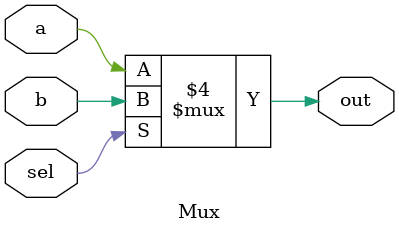
<source format=v>
module Mux (
  input a,
  input b,
  input sel,
  output reg out
);

  always @(a, b, sel) begin

    //if(sel==0)output a
    if (sel == 1'b0) begin
      out = a;      

    //if(sel==1)output b
    end else begin
      out = b;      
    end
  end

endmodule

</source>
